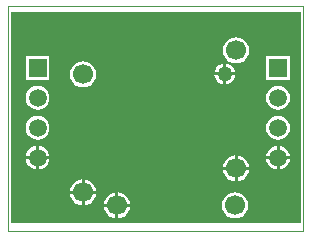
<source format=gbl>
G04 Layer_Physical_Order=2*
G04 Layer_Color=13278208*
%FSLAX44Y44*%
%MOMM*%
G71*
G01*
G75*
%ADD15C,0.1000*%
%ADD16C,1.7000*%
%ADD17C,1.5000*%
%ADD18R,1.5000X1.5000*%
%ADD19C,1.2700*%
G36*
X247650Y6350D02*
X2540D01*
Y185420D01*
X247650D01*
Y6350D01*
D02*
G37*
%LPC*%
G36*
X204008Y51600D02*
X194310D01*
Y41902D01*
X195922Y42114D01*
X198608Y43227D01*
X200914Y44996D01*
X202683Y47302D01*
X203796Y49988D01*
X204008Y51600D01*
D02*
G37*
G36*
X23730Y60630D02*
X15041D01*
X15218Y59279D01*
X16230Y56837D01*
X17839Y54739D01*
X19937Y53130D01*
X22379Y52118D01*
X23730Y51941D01*
Y60630D01*
D02*
G37*
G36*
X64770Y43518D02*
Y33820D01*
X74468D01*
X74256Y35432D01*
X73143Y38118D01*
X71374Y40424D01*
X69068Y42193D01*
X66382Y43306D01*
X64770Y43518D01*
D02*
G37*
G36*
X191770Y51600D02*
X182072D01*
X182284Y49988D01*
X183397Y47302D01*
X185166Y44996D01*
X187472Y43227D01*
X190158Y42114D01*
X191770Y41902D01*
Y51600D01*
D02*
G37*
G36*
X34959Y60630D02*
X26270D01*
Y51941D01*
X27621Y52118D01*
X30063Y53130D01*
X32161Y54739D01*
X33770Y56837D01*
X34782Y59279D01*
X34959Y60630D01*
D02*
G37*
G36*
X191770Y63838D02*
X190158Y63626D01*
X187472Y62513D01*
X185166Y60744D01*
X183397Y58438D01*
X182284Y55752D01*
X182072Y54140D01*
X191770D01*
Y63838D01*
D02*
G37*
G36*
X227330Y60630D02*
X218641D01*
X218818Y59279D01*
X219830Y56837D01*
X221439Y54739D01*
X223537Y53130D01*
X225979Y52118D01*
X227330Y51941D01*
Y60630D01*
D02*
G37*
G36*
X238559D02*
X229870D01*
Y51941D01*
X231221Y52118D01*
X233663Y53130D01*
X235761Y54739D01*
X237370Y56837D01*
X238382Y59279D01*
X238559Y60630D01*
D02*
G37*
G36*
X103208Y20320D02*
X93510D01*
Y10622D01*
X95122Y10834D01*
X97808Y11947D01*
X100114Y13716D01*
X101883Y16022D01*
X102996Y18708D01*
X103208Y20320D01*
D02*
G37*
G36*
X62230Y31280D02*
X52532D01*
X52744Y29668D01*
X53857Y26982D01*
X55626Y24676D01*
X57932Y22907D01*
X60618Y21794D01*
X62230Y21582D01*
Y31280D01*
D02*
G37*
G36*
X192240Y32725D02*
X189358Y32346D01*
X186672Y31233D01*
X184366Y29464D01*
X182597Y27158D01*
X181484Y24472D01*
X181105Y21590D01*
X181484Y18708D01*
X182597Y16022D01*
X184366Y13716D01*
X186672Y11947D01*
X189358Y10834D01*
X192240Y10455D01*
X195122Y10834D01*
X197808Y11947D01*
X200114Y13716D01*
X201883Y16022D01*
X202996Y18708D01*
X203375Y21590D01*
X202996Y24472D01*
X201883Y27158D01*
X200114Y29464D01*
X197808Y31233D01*
X195122Y32346D01*
X192240Y32725D01*
D02*
G37*
G36*
X90970Y20320D02*
X81272D01*
X81484Y18708D01*
X82597Y16022D01*
X84366Y13716D01*
X86672Y11947D01*
X89358Y10834D01*
X90970Y10622D01*
Y20320D01*
D02*
G37*
G36*
X93510Y32558D02*
Y22860D01*
X103208D01*
X102996Y24472D01*
X101883Y27158D01*
X100114Y29464D01*
X97808Y31233D01*
X95122Y32346D01*
X93510Y32558D01*
D02*
G37*
G36*
X62230Y43518D02*
X60618Y43306D01*
X57932Y42193D01*
X55626Y40424D01*
X53857Y38118D01*
X52744Y35432D01*
X52532Y33820D01*
X62230D01*
Y43518D01*
D02*
G37*
G36*
X74468Y31280D02*
X64770D01*
Y21582D01*
X66382Y21794D01*
X69068Y22907D01*
X71374Y24676D01*
X73143Y26982D01*
X74256Y29668D01*
X74468Y31280D01*
D02*
G37*
G36*
X90970Y32558D02*
X89358Y32346D01*
X86672Y31233D01*
X84366Y29464D01*
X82597Y27158D01*
X81484Y24472D01*
X81272Y22860D01*
X90970D01*
Y32558D01*
D02*
G37*
G36*
X192339Y131470D02*
X184810D01*
Y123940D01*
X185861Y124079D01*
X188023Y124975D01*
X189880Y126400D01*
X191305Y128257D01*
X192201Y130419D01*
X192339Y131470D01*
D02*
G37*
G36*
X35040Y148140D02*
X14960D01*
Y128060D01*
X35040D01*
Y148140D01*
D02*
G37*
G36*
X63500Y143685D02*
X60618Y143306D01*
X57932Y142193D01*
X55626Y140424D01*
X53857Y138118D01*
X52744Y135432D01*
X52365Y132550D01*
X52744Y129668D01*
X53857Y126982D01*
X55626Y124676D01*
X57932Y122907D01*
X60618Y121794D01*
X63500Y121415D01*
X66382Y121794D01*
X69068Y122907D01*
X71374Y124676D01*
X73143Y126982D01*
X74256Y129668D01*
X74635Y132550D01*
X74256Y135432D01*
X73143Y138118D01*
X71374Y140424D01*
X69068Y142193D01*
X66382Y143306D01*
X63500Y143685D01*
D02*
G37*
G36*
X182270Y131470D02*
X174741D01*
X174879Y130419D01*
X175775Y128257D01*
X177200Y126400D01*
X179057Y124975D01*
X181219Y124079D01*
X182270Y123940D01*
Y131470D01*
D02*
G37*
G36*
X184810Y141539D02*
Y134010D01*
X192339D01*
X192201Y135061D01*
X191305Y137223D01*
X189880Y139080D01*
X188023Y140505D01*
X185861Y141401D01*
X184810Y141539D01*
D02*
G37*
G36*
X193040Y164005D02*
X190158Y163626D01*
X187472Y162513D01*
X185166Y160744D01*
X183397Y158438D01*
X182284Y155752D01*
X181905Y152870D01*
X182284Y149988D01*
X183397Y147302D01*
X185166Y144996D01*
X187472Y143227D01*
X190158Y142114D01*
X193040Y141735D01*
X195922Y142114D01*
X198608Y143227D01*
X200914Y144996D01*
X202683Y147302D01*
X203796Y149988D01*
X204175Y152870D01*
X203796Y155752D01*
X202683Y158438D01*
X200914Y160744D01*
X198608Y162513D01*
X195922Y163626D01*
X193040Y164005D01*
D02*
G37*
G36*
X238640Y148140D02*
X218560D01*
Y128060D01*
X238640D01*
Y148140D01*
D02*
G37*
G36*
X182270Y141539D02*
X181219Y141401D01*
X179057Y140505D01*
X177200Y139080D01*
X175775Y137223D01*
X174879Y135061D01*
X174741Y134010D01*
X182270D01*
Y141539D01*
D02*
G37*
G36*
X228600Y122827D02*
X225979Y122482D01*
X223537Y121470D01*
X221439Y119861D01*
X219830Y117763D01*
X218818Y115321D01*
X218473Y112700D01*
X218818Y110079D01*
X219830Y107637D01*
X221439Y105539D01*
X223537Y103930D01*
X225979Y102918D01*
X228600Y102573D01*
X231221Y102918D01*
X233663Y103930D01*
X235761Y105539D01*
X237370Y107637D01*
X238382Y110079D01*
X238727Y112700D01*
X238382Y115321D01*
X237370Y117763D01*
X235761Y119861D01*
X233663Y121470D01*
X231221Y122482D01*
X228600Y122827D01*
D02*
G37*
G36*
X229870Y71859D02*
Y63170D01*
X238559D01*
X238382Y64521D01*
X237370Y66963D01*
X235761Y69061D01*
X233663Y70670D01*
X231221Y71682D01*
X229870Y71859D01*
D02*
G37*
G36*
X23730Y71859D02*
X22379Y71682D01*
X19937Y70670D01*
X17839Y69061D01*
X16230Y66963D01*
X15218Y64521D01*
X15041Y63170D01*
X23730D01*
Y71859D01*
D02*
G37*
G36*
X194310Y63838D02*
Y54140D01*
X204008D01*
X203796Y55752D01*
X202683Y58438D01*
X200914Y60744D01*
X198608Y62513D01*
X195922Y63626D01*
X194310Y63838D01*
D02*
G37*
G36*
X227330Y71859D02*
X225979Y71682D01*
X223537Y70670D01*
X221439Y69061D01*
X219830Y66963D01*
X218818Y64521D01*
X218641Y63170D01*
X227330D01*
Y71859D01*
D02*
G37*
G36*
X228600Y97427D02*
X225979Y97082D01*
X223537Y96070D01*
X221439Y94461D01*
X219830Y92363D01*
X218818Y89921D01*
X218473Y87300D01*
X218818Y84679D01*
X219830Y82237D01*
X221439Y80139D01*
X223537Y78530D01*
X225979Y77518D01*
X228600Y77173D01*
X231221Y77518D01*
X233663Y78530D01*
X235761Y80139D01*
X237370Y82237D01*
X238382Y84679D01*
X238727Y87300D01*
X238382Y89921D01*
X237370Y92363D01*
X235761Y94461D01*
X233663Y96070D01*
X231221Y97082D01*
X228600Y97427D01*
D02*
G37*
G36*
X25000Y122827D02*
X22379Y122482D01*
X19937Y121470D01*
X17839Y119861D01*
X16230Y117763D01*
X15218Y115321D01*
X14873Y112700D01*
X15218Y110079D01*
X16230Y107637D01*
X17839Y105539D01*
X19937Y103930D01*
X22379Y102918D01*
X25000Y102573D01*
X27621Y102918D01*
X30063Y103930D01*
X32161Y105539D01*
X33770Y107637D01*
X34782Y110079D01*
X35127Y112700D01*
X34782Y115321D01*
X33770Y117763D01*
X32161Y119861D01*
X30063Y121470D01*
X27621Y122482D01*
X25000Y122827D01*
D02*
G37*
G36*
X26270Y71859D02*
Y63170D01*
X34959D01*
X34782Y64521D01*
X33770Y66963D01*
X32161Y69061D01*
X30063Y70670D01*
X27621Y71682D01*
X26270Y71859D01*
D02*
G37*
G36*
X25000Y97427D02*
X22379Y97082D01*
X19937Y96070D01*
X17839Y94461D01*
X16230Y92363D01*
X15218Y89921D01*
X14873Y87300D01*
X15218Y84679D01*
X16230Y82237D01*
X17839Y80139D01*
X19937Y78530D01*
X22379Y77518D01*
X25000Y77173D01*
X27621Y77518D01*
X30063Y78530D01*
X32161Y80139D01*
X33770Y82237D01*
X34782Y84679D01*
X35127Y87300D01*
X34782Y89921D01*
X33770Y92363D01*
X32161Y94461D01*
X30063Y96070D01*
X27621Y97082D01*
X25000Y97427D01*
D02*
G37*
%LPD*%
D15*
X0Y0D02*
Y190000D01*
X250000D01*
Y0D02*
Y190000D01*
X0Y0D02*
X250000D01*
D16*
X192240Y21590D02*
D03*
X92240D02*
D03*
X63500Y132550D02*
D03*
Y32550D02*
D03*
X193040Y152870D02*
D03*
Y52870D02*
D03*
D17*
X228600Y61900D02*
D03*
Y87300D02*
D03*
Y112700D02*
D03*
X25000Y61900D02*
D03*
Y87300D02*
D03*
Y112700D02*
D03*
D18*
X228600Y138100D02*
D03*
X25000D02*
D03*
D19*
X183540Y132740D02*
D03*
M02*

</source>
